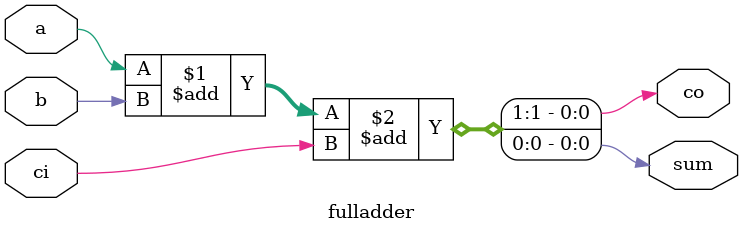
<source format=sv>
module fulladder (
    input a,
    input b,
    input ci,
    output sum,
    output co
);

    assign {co,sum} = a + b + ci;

endmodule
</source>
